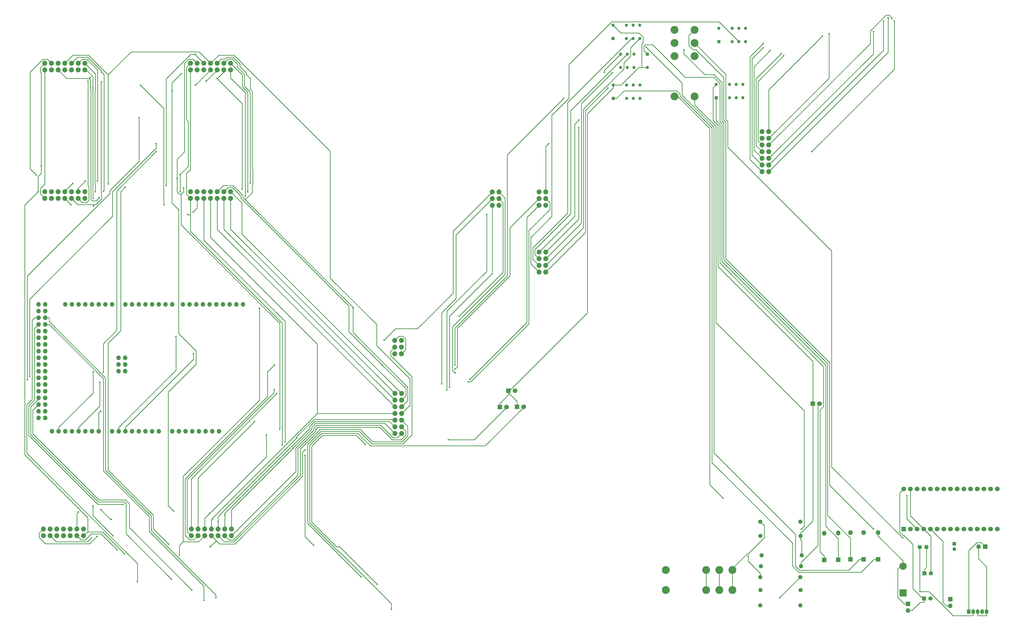
<source format=gbr>
G04 #@! TF.FileFunction,Copper,L2,Bot,Signal*
%FSLAX46Y46*%
G04 Gerber Fmt 4.6, Leading zero omitted, Abs format (unit mm)*
G04 Created by KiCad (PCBNEW 4.0.6) date 02/28/20 07:27:54*
%MOMM*%
%LPD*%
G01*
G04 APERTURE LIST*
%ADD10C,0.100000*%
%ADD11O,1.727200X1.727200*%
%ADD12C,1.879600*%
%ADD13R,1.600000X1.600000*%
%ADD14C,1.600000*%
%ADD15R,1.800000X1.800000*%
%ADD16C,1.800000*%
%ADD17O,1.800000X1.800000*%
%ADD18R,2.800000X2.800000*%
%ADD19O,2.800000X2.800000*%
%ADD20R,1.200000X1.200000*%
%ADD21C,1.200000*%
%ADD22R,1.700000X1.700000*%
%ADD23O,1.700000X1.700000*%
%ADD24R,1.350000X1.350000*%
%ADD25O,1.350000X1.350000*%
%ADD26C,3.000000*%
%ADD27R,1.350000X1.800000*%
%ADD28O,1.350000X1.800000*%
%ADD29O,1.600000X1.600000*%
%ADD30C,0.600000*%
%ADD31C,0.250000*%
G04 APERTURE END LIST*
D10*
D11*
X163932000Y-219456000D03*
X161392000Y-219456000D03*
X161392000Y-216916000D03*
X163932000Y-216916000D03*
X161392000Y-214376000D03*
X176759000Y-242316000D03*
X181839000Y-242316000D03*
X184379000Y-242316000D03*
X186919000Y-242316000D03*
X189459000Y-242316000D03*
X191999000Y-242316000D03*
X194539000Y-242316000D03*
X197079000Y-242316000D03*
X141199000Y-194056000D03*
X143739000Y-194056000D03*
X146279000Y-194056000D03*
X148819000Y-194056000D03*
X151359000Y-194056000D03*
X153899000Y-194056000D03*
X156439000Y-194056000D03*
X158979000Y-194056000D03*
X164059000Y-194056000D03*
X166599000Y-194056000D03*
X169139000Y-194056000D03*
X171679000Y-194056000D03*
X174219000Y-194056000D03*
X176759000Y-194056000D03*
X179299000Y-194056000D03*
X181839000Y-194056000D03*
X201143000Y-194056000D03*
X185903000Y-194056000D03*
X188443000Y-194056000D03*
X190983000Y-194056000D03*
X208763000Y-194056000D03*
X206223000Y-194056000D03*
X203683000Y-194056000D03*
X198603000Y-194056000D03*
X196063000Y-194056000D03*
X193523000Y-194056000D03*
X199619000Y-242316000D03*
X174219000Y-242316000D03*
X171679000Y-242316000D03*
X169139000Y-242316000D03*
X166599000Y-242316000D03*
X164059000Y-242316000D03*
X161519000Y-242316000D03*
X158979000Y-242316000D03*
X153899000Y-242316000D03*
X151359000Y-242316000D03*
X148819000Y-242316000D03*
X146279000Y-242316000D03*
X143739000Y-242316000D03*
X141199000Y-242316000D03*
X138659000Y-242316000D03*
X136119000Y-242316000D03*
X133579000Y-194056000D03*
X131039000Y-194056000D03*
X133579000Y-196596000D03*
X131039000Y-196596000D03*
X133579000Y-199136000D03*
X131039000Y-199136000D03*
X133579000Y-201676000D03*
X131039000Y-201676000D03*
X133579000Y-204216000D03*
X131039000Y-204216000D03*
X133579000Y-206756000D03*
X131039000Y-206756000D03*
X133579000Y-209296000D03*
X131039000Y-209296000D03*
X133579000Y-211836000D03*
X131039000Y-211836000D03*
X133579000Y-214376000D03*
X131039000Y-214376000D03*
X133579000Y-216916000D03*
X131039000Y-216916000D03*
X133579000Y-219456000D03*
X131039000Y-219456000D03*
X133579000Y-221996000D03*
X131039000Y-221996000D03*
X133579000Y-224536000D03*
X131039000Y-224536000D03*
X133579000Y-227076000D03*
X131039000Y-227076000D03*
X133579000Y-229616000D03*
X131039000Y-229616000D03*
X133579000Y-232156000D03*
X131039000Y-232156000D03*
X133579000Y-234696000D03*
X131039000Y-234696000D03*
X133579000Y-237236000D03*
X131039000Y-237236000D03*
X163932000Y-214376000D03*
D12*
X133400000Y-102400000D03*
X133400000Y-104940000D03*
X135940000Y-102400000D03*
X135940000Y-104940000D03*
X138480000Y-102400000D03*
X138480000Y-104940000D03*
X141020000Y-102400000D03*
X141020000Y-104940000D03*
X143560000Y-102400000D03*
X143560000Y-104940000D03*
X146100000Y-102400000D03*
X146100000Y-104940000D03*
X148640000Y-102400000D03*
X148640000Y-104940000D03*
X188800000Y-102400000D03*
X188800000Y-104940000D03*
X191340000Y-102400000D03*
X191340000Y-104940000D03*
X193880000Y-102400000D03*
X193880000Y-104940000D03*
X196420000Y-102400000D03*
X196420000Y-104940000D03*
X198960000Y-102400000D03*
X198960000Y-104940000D03*
X201500000Y-102400000D03*
X201500000Y-104940000D03*
X204040000Y-102400000D03*
X204040000Y-104940000D03*
X188800000Y-151200000D03*
X188800000Y-153740000D03*
X191340000Y-151200000D03*
X191340000Y-153740000D03*
X193880000Y-151200000D03*
X193880000Y-153740000D03*
X196420000Y-151200000D03*
X196420000Y-153740000D03*
X198960000Y-151200000D03*
X198960000Y-153740000D03*
X201500000Y-151200000D03*
X201500000Y-153740000D03*
X204040000Y-151200000D03*
X204040000Y-153740000D03*
X133400000Y-151200000D03*
X133400000Y-153740000D03*
X135940000Y-151200000D03*
X135940000Y-153740000D03*
X138480000Y-151200000D03*
X138480000Y-153740000D03*
X141020000Y-151200000D03*
X141020000Y-153740000D03*
X143560000Y-151200000D03*
X143560000Y-153740000D03*
X146100000Y-151200000D03*
X146100000Y-153740000D03*
X148640000Y-151200000D03*
X148640000Y-153740000D03*
X148100000Y-282000000D03*
X148100000Y-279460000D03*
X145560000Y-282000000D03*
X145560000Y-279460000D03*
X143020000Y-282000000D03*
X143020000Y-279460000D03*
X140480000Y-282000000D03*
X140480000Y-279460000D03*
X137940000Y-282000000D03*
X137940000Y-279460000D03*
X135400000Y-282000000D03*
X135400000Y-279460000D03*
X132860000Y-282000000D03*
X132860000Y-279460000D03*
X204343000Y-282000000D03*
X204343000Y-279460000D03*
X201803000Y-282000000D03*
X201803000Y-279460000D03*
X199263000Y-282000000D03*
X199263000Y-279460000D03*
X196723000Y-282000000D03*
X196723000Y-279460000D03*
X194183000Y-282000000D03*
X194183000Y-279460000D03*
X191643000Y-282000000D03*
X191643000Y-279460000D03*
X189103000Y-282000000D03*
X189103000Y-279460000D03*
X269000000Y-243200000D03*
X266460000Y-243200000D03*
X269000000Y-240660000D03*
X266460000Y-240660000D03*
X269000000Y-238120000D03*
X266460000Y-238120000D03*
X269000000Y-235580000D03*
X266460000Y-235580000D03*
X269000000Y-233040000D03*
X266460000Y-233040000D03*
X269000000Y-230500000D03*
X266460000Y-230500000D03*
X269000000Y-227960000D03*
X266460000Y-227960000D03*
X408600000Y-143600000D03*
X406060000Y-143600000D03*
X408600000Y-141060000D03*
X406060000Y-141060000D03*
X408600000Y-138520000D03*
X406060000Y-138520000D03*
X408600000Y-135980000D03*
X406060000Y-135980000D03*
X408600000Y-133440000D03*
X406060000Y-133440000D03*
X408600000Y-130900000D03*
X406060000Y-130900000D03*
X408600000Y-128360000D03*
X406060000Y-128360000D03*
X323800000Y-156400000D03*
X321260000Y-156400000D03*
X323800000Y-153860000D03*
X321260000Y-153860000D03*
X323800000Y-151320000D03*
X321260000Y-151320000D03*
X306000000Y-156400000D03*
X303460000Y-156400000D03*
X306000000Y-153860000D03*
X303460000Y-153860000D03*
X306000000Y-151320000D03*
X303460000Y-151320000D03*
X323800000Y-181800000D03*
X321260000Y-181800000D03*
X323800000Y-179260000D03*
X321260000Y-179260000D03*
X323800000Y-176720000D03*
X321260000Y-176720000D03*
X323800000Y-174180000D03*
X321260000Y-174180000D03*
D13*
X467538000Y-305918000D03*
D14*
X470038000Y-305918000D03*
D13*
X467716000Y-296316000D03*
D14*
X470216000Y-296316000D03*
D15*
X312852000Y-232995000D03*
D16*
X315392000Y-232995000D03*
D15*
X429616000Y-291236000D03*
D17*
X429616000Y-281076000D03*
D15*
X434975000Y-291186000D03*
D17*
X434975000Y-281026000D03*
D15*
X450113000Y-290957000D03*
D17*
X450113000Y-280797000D03*
D15*
X444627000Y-290957000D03*
D17*
X444627000Y-280797000D03*
D15*
X425298000Y-231800000D03*
D16*
X427838000Y-231800000D03*
D18*
X459613000Y-303809000D03*
D19*
X459613000Y-293649000D03*
D15*
X439598000Y-290957000D03*
D17*
X439598000Y-280797000D03*
D15*
X309601000Y-226924000D03*
D16*
X312141000Y-226924000D03*
D15*
X306350000Y-233071000D03*
D16*
X308890000Y-233071000D03*
D20*
X388622000Y-115519000D03*
D21*
X388622000Y-110439000D03*
X393702000Y-115519000D03*
X398782000Y-110439000D03*
X396242000Y-115519000D03*
X398782000Y-115519000D03*
X393702000Y-110439000D03*
X396242000Y-110439000D03*
D20*
X349455000Y-115748000D03*
D21*
X349455000Y-110668000D03*
X354535000Y-115748000D03*
X359615000Y-110668000D03*
X357075000Y-115748000D03*
X359615000Y-115748000D03*
X354535000Y-110668000D03*
X357075000Y-110668000D03*
D20*
X362431000Y-98882000D03*
D21*
X362431000Y-103962000D03*
X357351000Y-98882000D03*
X352271000Y-103962000D03*
X354811000Y-98882000D03*
X352271000Y-98882000D03*
X357351000Y-103962000D03*
X354811000Y-103962000D03*
D20*
X349404000Y-92964000D03*
D21*
X349404000Y-87884000D03*
X354484000Y-92964000D03*
X359564000Y-87884000D03*
X357024000Y-92964000D03*
X359564000Y-92964000D03*
X354484000Y-87884000D03*
X357024000Y-87884000D03*
D20*
X389638000Y-94183200D03*
D21*
X389638000Y-89103200D03*
X394718000Y-94183200D03*
X399798000Y-89103200D03*
X397258000Y-94183200D03*
X399798000Y-94183200D03*
X394718000Y-89103200D03*
X397258000Y-89103200D03*
D22*
X477596000Y-306172000D03*
D23*
X477596000Y-308712000D03*
D15*
X459892000Y-279476000D03*
D16*
X462432000Y-279476000D03*
X464972000Y-279476000D03*
X467512000Y-279476000D03*
X470052000Y-279476000D03*
X472592000Y-279476000D03*
X475132000Y-279476000D03*
X477672000Y-279476000D03*
X480212000Y-279476000D03*
X482752000Y-279476000D03*
X485292000Y-279476000D03*
X487832000Y-279476000D03*
X490372000Y-279476000D03*
X492912000Y-279476000D03*
X495452000Y-279476000D03*
X495452000Y-264236000D03*
X492912000Y-264236000D03*
X490372000Y-264236000D03*
X487832000Y-264236000D03*
X485292000Y-264236000D03*
X482752000Y-264236000D03*
X480212000Y-264236000D03*
X477672000Y-264236000D03*
X475132000Y-264236000D03*
X472592000Y-264236000D03*
X470052000Y-264236000D03*
X467512000Y-264236000D03*
X464972000Y-264236000D03*
X462432000Y-264236000D03*
X459892000Y-264236000D03*
D24*
X479069000Y-285090000D03*
D25*
X479069000Y-287090000D03*
D26*
X372720000Y-115011000D03*
X380340000Y-115011000D03*
X372720000Y-94691000D03*
X380340000Y-89691000D03*
X380340000Y-99691000D03*
X372720000Y-99691000D03*
X380340000Y-94691000D03*
X372720000Y-89691000D03*
D27*
X484556000Y-310896000D03*
D28*
X486256000Y-310896000D03*
X487956000Y-310896000D03*
X489656000Y-310896000D03*
X491356000Y-310896000D03*
D22*
X490880000Y-286131000D03*
D23*
X488340000Y-286131000D03*
D14*
X465988000Y-286334000D03*
D29*
X468528000Y-286334000D03*
D22*
X461518000Y-307950000D03*
D23*
X461518000Y-310490000D03*
D14*
X405308000Y-308559000D03*
D29*
X420548000Y-308559000D03*
D14*
X405587000Y-293649000D03*
D29*
X420827000Y-293649000D03*
D14*
X405867000Y-289458000D03*
D29*
X421107000Y-289458000D03*
D14*
X420675000Y-302692000D03*
D29*
X405435000Y-302692000D03*
D14*
X420548000Y-297739000D03*
D29*
X405308000Y-297739000D03*
D12*
X268986000Y-212877000D03*
X266446000Y-212877000D03*
X268986000Y-210337000D03*
X266446000Y-210337000D03*
X268986000Y-207797000D03*
X266446000Y-207797000D03*
D26*
X369443000Y-295021000D03*
X369443000Y-302641000D03*
X389763000Y-295021000D03*
X394763000Y-302641000D03*
X384763000Y-302641000D03*
X384763000Y-295021000D03*
X389763000Y-302641000D03*
X394763000Y-295021000D03*
D14*
X405435000Y-282118000D03*
D29*
X420675000Y-282118000D03*
D14*
X405359000Y-276657000D03*
D29*
X420599000Y-276657000D03*
D30*
X459528600Y-282900500D03*
X265144400Y-310010400D03*
X181510600Y-298495800D03*
X175751500Y-132911900D03*
X127631900Y-221480000D03*
X330610200Y-115748000D03*
X289280300Y-217085200D03*
X361997500Y-96284600D03*
X169251800Y-123123100D03*
X126794100Y-222692900D03*
X466121000Y-303253300D03*
X376340000Y-97191000D03*
X175771700Y-135924800D03*
X155631900Y-219870200D03*
X259691100Y-300452700D03*
X255253000Y-247386300D03*
X286840500Y-245546900D03*
X232290700Y-251555700D03*
X235571500Y-285663400D03*
X400779300Y-289769200D03*
X130885300Y-151200000D03*
X184878300Y-151200000D03*
X132042300Y-141499000D03*
X184878300Y-144669300D03*
X163591400Y-288973700D03*
X227900900Y-248666500D03*
X223671100Y-247480700D03*
X187693300Y-159868400D03*
X160888600Y-287401800D03*
X186145300Y-149780700D03*
X236481000Y-241559400D03*
X222682800Y-241559400D03*
X183663200Y-146251600D03*
X130162400Y-144882700D03*
X201803000Y-274181100D03*
X146098700Y-273068900D03*
X182298800Y-272598200D03*
X185239800Y-106333400D03*
X181785400Y-112773700D03*
X184292400Y-158060100D03*
X189809300Y-158949000D03*
X180432400Y-285282200D03*
X163994600Y-149448900D03*
X190489800Y-99009800D03*
X179552800Y-148852600D03*
X199263000Y-276588500D03*
X154034600Y-153536100D03*
X150662600Y-107784500D03*
X229254400Y-244763000D03*
X224738000Y-246405600D03*
X157647900Y-148290000D03*
X143966400Y-148102300D03*
X232281600Y-249351200D03*
X196227600Y-286237600D03*
X197067100Y-275830600D03*
X143402800Y-156230500D03*
X190645800Y-110714200D03*
X178742500Y-156232500D03*
X169769500Y-110714200D03*
X155013000Y-105713700D03*
X155731300Y-151046200D03*
X250555200Y-195511800D03*
X215015300Y-195511800D03*
X184577100Y-289475300D03*
X196078500Y-273523500D03*
X194719800Y-109180200D03*
X155027500Y-109405800D03*
X151924200Y-156721200D03*
X217625500Y-243641800D03*
X211495900Y-147875400D03*
X151136200Y-282965100D03*
X148848000Y-147176900D03*
X153351800Y-147176900D03*
X261570000Y-217055300D03*
X220710300Y-217055300D03*
X154724200Y-272130300D03*
X158674500Y-275730400D03*
X198929200Y-108220000D03*
X208420600Y-150223400D03*
X213168100Y-238581800D03*
X149795600Y-109122200D03*
X210523600Y-151200000D03*
X220640300Y-226521400D03*
X152632000Y-151200000D03*
X151703200Y-270662800D03*
X159281800Y-282000000D03*
X209591500Y-152921000D03*
X153282600Y-282249500D03*
X221571500Y-227960000D03*
X151881700Y-153740000D03*
X151676200Y-111785700D03*
X453947000Y-85028700D03*
X406553100Y-94793600D03*
X452183900Y-86359600D03*
X406445800Y-96407000D03*
X448328100Y-90364000D03*
X409088000Y-97552400D03*
X424924700Y-135980000D03*
X456288700Y-86360100D03*
X413391100Y-98597200D03*
X455408300Y-85396500D03*
X414273200Y-99522600D03*
X431485900Y-91118300D03*
X428966300Y-92044500D03*
X448397000Y-279462300D03*
X301373500Y-159846200D03*
X286253200Y-226559100D03*
X287202600Y-225632500D03*
X290882200Y-198570800D03*
X151745800Y-219689100D03*
X284312200Y-224282200D03*
X289409500Y-220041800D03*
X262372100Y-207662400D03*
X154352900Y-223697200D03*
X294947100Y-222594000D03*
X294313500Y-223547500D03*
X289280300Y-218730900D03*
X154679300Y-234624900D03*
X324906600Y-132911900D03*
X347435800Y-111799000D03*
X346073000Y-105812200D03*
X349146400Y-105894500D03*
X336347600Y-126871800D03*
X336431600Y-123933800D03*
X391245600Y-267725500D03*
X420934600Y-279528100D03*
X412712100Y-305574900D03*
X198384300Y-305574900D03*
X168622000Y-299427200D03*
X193812100Y-306603100D03*
X163216700Y-270106300D03*
X461080800Y-266800200D03*
X189913600Y-212877000D03*
X183253800Y-206210800D03*
X253632500Y-297723800D03*
X189320200Y-302641000D03*
D31*
X389763000Y-302641000D02*
X389763000Y-295021000D01*
X466140000Y-307343300D02*
X467538000Y-307343300D01*
X462993300Y-310490000D02*
X466140000Y-307343300D01*
X461518000Y-310490000D02*
X462993300Y-310490000D01*
X484556000Y-287738700D02*
X484556000Y-310896000D01*
X487647400Y-284647300D02*
X484556000Y-287738700D01*
X489396300Y-284647300D02*
X487647400Y-284647300D01*
X490880000Y-286131000D02*
X489396300Y-284647300D01*
X467538000Y-305918000D02*
X467538000Y-306383900D01*
X467538000Y-306383900D02*
X467538000Y-307343300D01*
X458343000Y-265785000D02*
X459892000Y-264236000D01*
X458343000Y-280653500D02*
X458343000Y-265785000D01*
X459664700Y-281975200D02*
X458343000Y-280653500D01*
X459926200Y-281975200D02*
X459664700Y-281975200D01*
X463309700Y-285358700D02*
X459926200Y-281975200D01*
X463309700Y-302155600D02*
X463309700Y-285358700D01*
X467538000Y-306383900D02*
X463309700Y-302155600D01*
X467716000Y-296316000D02*
X467716000Y-294890700D01*
X468528000Y-294078700D02*
X468528000Y-286334000D01*
X467716000Y-294890700D02*
X468528000Y-294078700D01*
X392254600Y-106605600D02*
X380340000Y-94691000D01*
X392254600Y-123712900D02*
X392254600Y-106605600D01*
X393004900Y-124463200D02*
X392254600Y-123712900D01*
X393004900Y-134263100D02*
X393004900Y-124463200D01*
X432459100Y-173717300D02*
X393004900Y-134263100D01*
X432459100Y-255831000D02*
X432459100Y-173717300D01*
X459528600Y-282900500D02*
X432459100Y-255831000D01*
X315392000Y-233232700D02*
X315392000Y-232995000D01*
X300781700Y-247843000D02*
X315392000Y-233232700D01*
X257085400Y-247843000D02*
X300781700Y-247843000D01*
X252300700Y-243058300D02*
X257085400Y-247843000D01*
X238659000Y-243058300D02*
X252300700Y-243058300D01*
X234041200Y-247676100D02*
X238659000Y-243058300D01*
X234041200Y-277071400D02*
X234041200Y-247676100D01*
X245079000Y-288109200D02*
X234041200Y-277071400D01*
X245401700Y-288109200D02*
X245079000Y-288109200D01*
X265144400Y-307851900D02*
X245401700Y-288109200D01*
X265144400Y-310010400D02*
X265144400Y-307851900D01*
X429616000Y-291236000D02*
X429616000Y-289710700D01*
X388622000Y-115519000D02*
X388622000Y-116744300D01*
X388622000Y-124324700D02*
X388622000Y-116744300D01*
X390003700Y-125706400D02*
X388622000Y-124324700D01*
X390003700Y-178326700D02*
X390003700Y-125706400D01*
X429424300Y-217747300D02*
X390003700Y-178326700D01*
X429424300Y-232853100D02*
X429424300Y-217747300D01*
X428047100Y-234230300D02*
X429424300Y-232853100D01*
X428047100Y-288141800D02*
X428047100Y-234230300D01*
X429616000Y-289710700D02*
X428047100Y-288141800D01*
X131039000Y-230050200D02*
X131039000Y-229616000D01*
X128063400Y-233025800D02*
X131039000Y-230050200D01*
X128063400Y-243548500D02*
X128063400Y-233025800D01*
X153695800Y-269180900D02*
X128063400Y-243548500D01*
X163653000Y-269180900D02*
X153695800Y-269180900D01*
X164316800Y-269844700D02*
X163653000Y-269180900D01*
X164316800Y-281302000D02*
X164316800Y-269844700D01*
X181510600Y-298495800D02*
X164316800Y-281302000D01*
X361060600Y-97511600D02*
X362431000Y-98882000D01*
X361060600Y-95909500D02*
X361060600Y-97511600D01*
X361635200Y-95334900D02*
X361060600Y-95909500D01*
X364458600Y-95334900D02*
X361635200Y-95334900D01*
X376826300Y-107702600D02*
X364458600Y-95334900D01*
X387689300Y-107702600D02*
X376826300Y-107702600D01*
X390003700Y-110017000D02*
X387689300Y-107702600D01*
X390003700Y-124645300D02*
X390003700Y-110017000D01*
X390754000Y-125395600D02*
X390003700Y-124645300D01*
X390754000Y-177674800D02*
X390754000Y-125395600D01*
X430208100Y-217128900D02*
X390754000Y-177674800D01*
X430208100Y-278416400D02*
X430208100Y-217128900D01*
X434975000Y-283183300D02*
X430208100Y-278416400D01*
X434975000Y-291186000D02*
X434975000Y-283183300D01*
X127631900Y-192080900D02*
X127631900Y-221480000D01*
X159148300Y-160564500D02*
X127631900Y-192080900D01*
X159148300Y-151239300D02*
X159148300Y-160564500D01*
X175751500Y-134636100D02*
X159148300Y-151239300D01*
X175751500Y-132911900D02*
X175751500Y-134636100D01*
X349455000Y-115748000D02*
X350680300Y-115748000D01*
X450113000Y-290957000D02*
X448587700Y-290957000D01*
X353579500Y-112848800D02*
X350680300Y-115748000D01*
X373630700Y-112848800D02*
X353579500Y-112848800D01*
X374845400Y-114063500D02*
X373630700Y-112848800D01*
X374845400Y-114792500D02*
X374845400Y-114063500D01*
X387002500Y-126949600D02*
X374845400Y-114792500D01*
X387002500Y-254211800D02*
X387002500Y-126949600D01*
X417591000Y-284800300D02*
X387002500Y-254211800D01*
X417591000Y-293572900D02*
X417591000Y-284800300D01*
X419892700Y-295874600D02*
X417591000Y-293572900D01*
X443670100Y-295874600D02*
X419892700Y-295874600D01*
X448587700Y-290957000D02*
X443670100Y-295874600D01*
X289280300Y-203078600D02*
X289280300Y-217085200D01*
X309179800Y-183179100D02*
X289280300Y-203078600D01*
X309179800Y-137178400D02*
X309179800Y-183179100D01*
X330610200Y-115748000D02*
X309179800Y-137178400D01*
X444627000Y-290957000D02*
X443101700Y-290957000D01*
X375595700Y-109882800D02*
X361997500Y-96284600D01*
X375595700Y-114481700D02*
X375595700Y-109882800D01*
X387752800Y-126638800D02*
X375595700Y-114481700D01*
X387752800Y-250563000D02*
X387752800Y-126638800D01*
X418729200Y-281539400D02*
X387752800Y-250563000D01*
X418729200Y-293581300D02*
X418729200Y-281539400D01*
X420270400Y-295122500D02*
X418729200Y-293581300D01*
X438936200Y-295122500D02*
X420270400Y-295122500D01*
X443101700Y-290957000D02*
X438936200Y-295122500D01*
X126706600Y-222605400D02*
X126794100Y-222692900D01*
X126706600Y-183306000D02*
X126706600Y-222605400D01*
X158132600Y-151880000D02*
X126706600Y-183306000D01*
X158132600Y-150818900D02*
X158132600Y-151880000D01*
X169251800Y-139699700D02*
X158132600Y-150818900D01*
X169251800Y-123123100D02*
X169251800Y-139699700D01*
X427296700Y-285754000D02*
X420827000Y-292223700D01*
X427296700Y-232341300D02*
X427296700Y-285754000D01*
X427838000Y-231800000D02*
X427296700Y-232341300D01*
X420827000Y-293649000D02*
X420827000Y-292223700D01*
X486256000Y-310896000D02*
X486256000Y-312421300D01*
X465988000Y-303120300D02*
X466121000Y-303253300D01*
X465988000Y-286334000D02*
X465988000Y-303120300D01*
X469543000Y-303253300D02*
X466121000Y-303253300D01*
X478711000Y-312421300D02*
X469543000Y-303253300D01*
X486256000Y-312421300D02*
X478711000Y-312421300D01*
X376340000Y-98776600D02*
X376340000Y-97191000D01*
X384250600Y-106687200D02*
X376340000Y-98776600D01*
X387735000Y-106687200D02*
X384250600Y-106687200D01*
X390754000Y-109706200D02*
X387735000Y-106687200D01*
X390754000Y-124334500D02*
X390754000Y-109706200D01*
X391504300Y-125084800D02*
X390754000Y-124334500D01*
X391504300Y-177090700D02*
X391504300Y-125084800D01*
X430958500Y-216544900D02*
X391504300Y-177090700D01*
X430958500Y-274314800D02*
X430958500Y-216544900D01*
X439598000Y-282954300D02*
X430958500Y-274314800D01*
X439598000Y-290957000D02*
X439598000Y-282954300D01*
X160768700Y-150927800D02*
X175771700Y-135924800D01*
X160768700Y-203889900D02*
X160768700Y-150927800D01*
X155631900Y-209026700D02*
X160768700Y-203889900D01*
X155631900Y-219870200D02*
X155631900Y-209026700D01*
X255253000Y-247338100D02*
X255253000Y-247386300D01*
X251723500Y-243808600D02*
X255253000Y-247338100D01*
X238969800Y-243808600D02*
X251723500Y-243808600D01*
X234791500Y-247986900D02*
X238969800Y-243808600D01*
X234791500Y-276760600D02*
X234791500Y-247986900D01*
X244321300Y-286290400D02*
X234791500Y-276760600D01*
X245528800Y-286290400D02*
X244321300Y-286290400D01*
X259691100Y-300452700D02*
X245528800Y-286290400D01*
X400779300Y-291785000D02*
X405308000Y-296313700D01*
X400779300Y-289769200D02*
X400779300Y-291785000D01*
X405308000Y-297739000D02*
X405308000Y-296313700D01*
X296611500Y-245546900D02*
X286840500Y-245546900D01*
X308890000Y-233268400D02*
X296611500Y-245546900D01*
X308890000Y-233071000D02*
X308890000Y-233268400D01*
X232290700Y-282382600D02*
X232290700Y-251555700D01*
X235571500Y-285663400D02*
X232290700Y-282382600D01*
X228826200Y-257516800D02*
X204343000Y-282000000D01*
X228826200Y-248646700D02*
X228826200Y-257516800D01*
X235555700Y-241917200D02*
X228826200Y-248646700D01*
X235555700Y-241176200D02*
X235555700Y-241917200D01*
X236674800Y-240057100D02*
X235555700Y-241176200D01*
X261038700Y-240057100D02*
X236674800Y-240057100D01*
X265779200Y-244797600D02*
X261038700Y-240057100D01*
X267402400Y-244797600D02*
X265779200Y-244797600D01*
X269000000Y-243200000D02*
X267402400Y-244797600D01*
X187957300Y-141590300D02*
X184878300Y-144669300D01*
X187957300Y-124552900D02*
X187957300Y-141590300D01*
X187226600Y-123822200D02*
X187957300Y-124552900D01*
X187226600Y-103973400D02*
X187226600Y-123822200D01*
X188800000Y-102400000D02*
X187226600Y-103973400D01*
X184878300Y-144669300D02*
X184878300Y-151200000D01*
X132042300Y-106149700D02*
X132042300Y-141499000D01*
X131782100Y-105889500D02*
X132042300Y-106149700D01*
X131782100Y-104017900D02*
X131782100Y-105889500D01*
X133400000Y-102400000D02*
X131782100Y-104017900D01*
X132042300Y-144311400D02*
X132042300Y-141499000D01*
X130885300Y-145468400D02*
X132042300Y-144311400D01*
X130885300Y-151200000D02*
X130885300Y-145468400D01*
X125774900Y-156310400D02*
X130885300Y-151200000D01*
X125774900Y-251235700D02*
X125774900Y-156310400D01*
X149700100Y-275160900D02*
X125774900Y-251235700D01*
X149700100Y-280572800D02*
X149700100Y-275160900D01*
X149527200Y-280572800D02*
X149700100Y-280572800D01*
X148100000Y-282000000D02*
X149527200Y-280572800D01*
X163591400Y-288777900D02*
X163591400Y-288973700D01*
X155386300Y-280572800D02*
X163591400Y-288777900D01*
X149700100Y-280572800D02*
X155386300Y-280572800D01*
X204343000Y-272224400D02*
X204343000Y-279460000D01*
X227900900Y-248666500D02*
X204343000Y-272224400D01*
X227900900Y-248510900D02*
X227900900Y-248666500D01*
X234805400Y-241606400D02*
X227900900Y-248510900D01*
X234805400Y-240865400D02*
X234805400Y-241606400D01*
X236364000Y-239306800D02*
X234805400Y-240865400D01*
X262566800Y-239306800D02*
X236364000Y-239306800D01*
X266460000Y-243200000D02*
X262566800Y-239306800D01*
X187223900Y-152163900D02*
X188800000Y-153740000D01*
X187223900Y-144305500D02*
X187223900Y-152163900D01*
X188800000Y-142729400D02*
X187223900Y-144305500D01*
X188800000Y-104940000D02*
X188800000Y-142729400D01*
X188800000Y-153740000D02*
X188800000Y-160023300D01*
X223671100Y-201177700D02*
X223671100Y-247480700D01*
X188800000Y-166306600D02*
X223671100Y-201177700D01*
X188800000Y-160023300D02*
X188800000Y-166306600D01*
X187848200Y-160023300D02*
X187693300Y-159868400D01*
X188800000Y-160023300D02*
X187848200Y-160023300D01*
X133400000Y-148371700D02*
X133400000Y-104940000D01*
X131810700Y-149961000D02*
X133400000Y-148371700D01*
X131810700Y-152150700D02*
X131810700Y-149961000D01*
X133400000Y-153740000D02*
X131810700Y-152150700D01*
X186145300Y-151241900D02*
X186145300Y-149780700D01*
X185219400Y-152167800D02*
X186145300Y-151241900D01*
X270591600Y-242251600D02*
X269000000Y-240660000D01*
X270591600Y-243836100D02*
X270591600Y-242251600D01*
X268879800Y-245547900D02*
X270591600Y-243836100D01*
X265468400Y-245547900D02*
X268879800Y-245547900D01*
X260727900Y-240807400D02*
X265468400Y-245547900D01*
X237233000Y-240807400D02*
X260727900Y-240807400D01*
X236481000Y-241559400D02*
X237233000Y-240807400D01*
X203403100Y-283600100D02*
X201803000Y-282000000D01*
X205001400Y-283600100D02*
X203403100Y-283600100D01*
X229576500Y-259025000D02*
X205001400Y-283600100D01*
X229576500Y-248957500D02*
X229576500Y-259025000D01*
X236481000Y-242053000D02*
X229576500Y-248957500D01*
X236481000Y-241559400D02*
X236481000Y-242053000D01*
X183663200Y-138910600D02*
X183663200Y-146251600D01*
X186476200Y-136097600D02*
X183663200Y-138910600D01*
X186476200Y-102488800D02*
X186476200Y-136097600D01*
X188131800Y-100833200D02*
X186476200Y-102488800D01*
X189773200Y-100833200D02*
X188131800Y-100833200D01*
X191340000Y-102400000D02*
X189773200Y-100833200D01*
X184518400Y-152167800D02*
X185219400Y-152167800D01*
X183663200Y-151312600D02*
X184518400Y-152167800D01*
X183663200Y-146251600D02*
X183663200Y-151312600D01*
X222682800Y-201250500D02*
X222682800Y-241559400D01*
X185219400Y-163787100D02*
X222682800Y-201250500D01*
X185219400Y-152167800D02*
X185219400Y-163787100D01*
X134373900Y-100833900D02*
X135940000Y-102400000D01*
X132750500Y-100833900D02*
X134373900Y-100833900D01*
X127806500Y-105777900D02*
X132750500Y-100833900D01*
X127806500Y-142526800D02*
X127806500Y-105777900D01*
X130162400Y-144882700D02*
X127806500Y-142526800D01*
X154810900Y-281324100D02*
X160888600Y-287401800D01*
X150997100Y-281324100D02*
X154810900Y-281324100D01*
X148720700Y-283600500D02*
X150997100Y-281324100D01*
X147160500Y-283600500D02*
X148720700Y-283600500D01*
X145560000Y-282000000D02*
X147160500Y-283600500D01*
X201803000Y-274181100D02*
X201803000Y-279460000D01*
X145560000Y-273607600D02*
X146098700Y-273068900D01*
X145560000Y-279460000D02*
X145560000Y-273607600D01*
X181785400Y-109787800D02*
X185239800Y-106333400D01*
X181785400Y-112773700D02*
X181785400Y-109787800D01*
X201803000Y-273455900D02*
X201803000Y-274181100D01*
X227517700Y-247741200D02*
X201803000Y-273455900D01*
X227609500Y-247741200D02*
X227517700Y-247741200D01*
X234055100Y-241295600D02*
X227609500Y-247741200D01*
X234055100Y-240554600D02*
X234055100Y-241295600D01*
X236053200Y-238556500D02*
X234055100Y-240554600D01*
X264356500Y-238556500D02*
X236053200Y-238556500D01*
X266460000Y-240660000D02*
X264356500Y-238556500D01*
X181785400Y-155553100D02*
X184292400Y-158060100D01*
X181785400Y-112773700D02*
X181785400Y-155553100D01*
X191340000Y-157418300D02*
X189809300Y-158949000D01*
X191340000Y-153740000D02*
X191340000Y-157418300D01*
X180288000Y-270587400D02*
X182298800Y-272598200D01*
X180288000Y-227397800D02*
X180288000Y-270587400D01*
X190852700Y-216833100D02*
X180288000Y-227397800D01*
X190852700Y-211724100D02*
X190852700Y-216833100D01*
X184292400Y-205163800D02*
X190852700Y-211724100D01*
X184292400Y-158060100D02*
X184292400Y-205163800D01*
X193880000Y-102400000D02*
X190489800Y-99009800D01*
X201613400Y-284350400D02*
X199263000Y-282000000D01*
X205312200Y-284350400D02*
X201613400Y-284350400D01*
X230615100Y-259047500D02*
X205312200Y-284350400D01*
X230615100Y-248980000D02*
X230615100Y-259047500D01*
X238037400Y-241557700D02*
X230615100Y-248980000D01*
X253265400Y-241557700D02*
X238037400Y-241557700D01*
X258005900Y-246298200D02*
X253265400Y-241557700D01*
X269190600Y-246298200D02*
X258005900Y-246298200D01*
X271341900Y-244146900D02*
X269190600Y-246298200D01*
X271341900Y-240461900D02*
X271341900Y-244146900D01*
X269000000Y-238120000D02*
X271341900Y-240461900D01*
X179552800Y-108276100D02*
X179552800Y-148852600D01*
X188819100Y-99009800D02*
X179552800Y-108276100D01*
X190489800Y-99009800D02*
X188819100Y-99009800D01*
X162269400Y-151174100D02*
X163994600Y-149448900D01*
X162269400Y-204049200D02*
X162269400Y-151174100D01*
X157480300Y-208838300D02*
X162269400Y-204049200D01*
X157480300Y-257038900D02*
X157480300Y-208838300D01*
X174591000Y-274149600D02*
X157480300Y-257038900D01*
X174591000Y-279440800D02*
X174591000Y-274149600D01*
X180432400Y-285282200D02*
X174591000Y-279440800D01*
X199263000Y-276588500D02*
X199263000Y-279460000D01*
X199263000Y-274754400D02*
X229254400Y-244763000D01*
X199263000Y-276588500D02*
X199263000Y-274754400D01*
X229254400Y-244294200D02*
X229254400Y-244763000D01*
X235742400Y-237806200D02*
X229254400Y-244294200D01*
X266146200Y-237806200D02*
X235742400Y-237806200D01*
X266460000Y-238120000D02*
X266146200Y-237806200D01*
X224738000Y-200500100D02*
X224738000Y-246405600D01*
X193880000Y-169642100D02*
X224738000Y-200500100D01*
X193880000Y-153740000D02*
X193880000Y-169642100D01*
X150662600Y-107784500D02*
X150214600Y-108232500D01*
X141653300Y-108113300D02*
X138480000Y-104940000D01*
X149338300Y-108113300D02*
X141653300Y-108113300D01*
X149391400Y-108166400D02*
X149338300Y-108113300D01*
X149792400Y-108166400D02*
X149391400Y-108166400D01*
X149822900Y-108196900D02*
X149792400Y-108166400D01*
X150178900Y-108196900D02*
X149822900Y-108196900D01*
X150214600Y-108232500D02*
X150178900Y-108196900D01*
X152844700Y-154726000D02*
X154034600Y-153536100D01*
X151546400Y-154726000D02*
X152844700Y-154726000D01*
X150956300Y-154135900D02*
X151546400Y-154726000D01*
X150956300Y-148787400D02*
X150956300Y-154135900D01*
X150925900Y-148757000D02*
X150956300Y-148787400D01*
X150925900Y-112343900D02*
X150925900Y-148757000D01*
X150750900Y-112168900D02*
X150925900Y-112343900D01*
X150750900Y-109178700D02*
X150750900Y-112168900D01*
X150720900Y-109148700D02*
X150750900Y-109178700D01*
X150720900Y-108738900D02*
X150720900Y-109148700D01*
X150214600Y-108232500D02*
X150720900Y-108738900D01*
X144087200Y-99332800D02*
X141020000Y-102400000D01*
X149965800Y-99332800D02*
X144087200Y-99332800D01*
X157437200Y-106804200D02*
X149965800Y-99332800D01*
X141020000Y-151048700D02*
X143966400Y-148102300D01*
X141020000Y-151200000D02*
X141020000Y-151048700D01*
X157437200Y-148079300D02*
X157647900Y-148290000D01*
X157437200Y-106804200D02*
X157437200Y-148079300D01*
X199537300Y-99282700D02*
X196420000Y-102400000D01*
X205361200Y-99282700D02*
X199537300Y-99282700D01*
X241890800Y-135812300D02*
X205361200Y-99282700D01*
X241890800Y-184027900D02*
X241890800Y-135812300D01*
X259535600Y-201672700D02*
X241890800Y-184027900D01*
X259535600Y-209695600D02*
X259535600Y-201672700D01*
X272138000Y-222298000D02*
X259535600Y-209695600D01*
X272138000Y-232442000D02*
X272138000Y-222298000D01*
X269000000Y-235580000D02*
X272138000Y-232442000D01*
X166212500Y-98028900D02*
X157437200Y-106804200D01*
X192048900Y-98028900D02*
X166212500Y-98028900D01*
X196420000Y-102400000D02*
X192048900Y-98028900D01*
X198594100Y-283871100D02*
X196227600Y-286237600D01*
X196723000Y-282000000D02*
X198594100Y-283871100D01*
X231365400Y-250267400D02*
X232281600Y-249351200D01*
X231365400Y-259427800D02*
X231365400Y-250267400D01*
X205664900Y-285128300D02*
X231365400Y-259427800D01*
X199851300Y-285128300D02*
X205664900Y-285128300D01*
X198594100Y-283871100D02*
X199851300Y-285128300D01*
X196723000Y-276174700D02*
X197067100Y-275830600D01*
X196723000Y-279460000D02*
X196723000Y-276174700D01*
X196420000Y-104940000D02*
X190645800Y-110714200D01*
X143402800Y-156122800D02*
X143402800Y-156230500D01*
X141020000Y-153740000D02*
X143402800Y-156122800D01*
X236907500Y-209085600D02*
X236907500Y-235580000D01*
X196420000Y-168598100D02*
X236907500Y-209085600D01*
X196420000Y-153740000D02*
X196420000Y-168598100D01*
X266460000Y-235580000D02*
X236907500Y-235580000D01*
X197067100Y-275420400D02*
X197067100Y-275830600D01*
X236907500Y-235580000D02*
X197067100Y-275420400D01*
X178627500Y-156117500D02*
X178742500Y-156232500D01*
X178627500Y-119572200D02*
X178627500Y-156117500D01*
X169769500Y-110714200D02*
X178627500Y-119572200D01*
X208666200Y-153304200D02*
X209600500Y-154238400D01*
X208666200Y-152543400D02*
X208666200Y-153304200D01*
X204954100Y-148831300D02*
X208666200Y-152543400D01*
X201328700Y-148831300D02*
X204954100Y-148831300D01*
X198960000Y-151200000D02*
X201328700Y-148831300D01*
X155013000Y-105441100D02*
X155013000Y-105713700D01*
X149655000Y-100083100D02*
X155013000Y-105441100D01*
X145876900Y-100083100D02*
X149655000Y-100083100D01*
X143560000Y-102400000D02*
X145876900Y-100083100D01*
X155957200Y-150820300D02*
X155731300Y-151046200D01*
X155957200Y-106657900D02*
X155957200Y-150820300D01*
X155013000Y-105713700D02*
X155957200Y-106657900D01*
X212262900Y-151576000D02*
X209600500Y-154238400D01*
X212262900Y-148708400D02*
X212262900Y-151576000D01*
X212468900Y-148502400D02*
X212262900Y-148708400D01*
X212468900Y-142773800D02*
X212468900Y-148502400D01*
X212262900Y-142567800D02*
X212468900Y-142773800D01*
X212262900Y-113002400D02*
X212262900Y-142567800D01*
X211512600Y-112252100D02*
X212262900Y-113002400D01*
X211512600Y-108157800D02*
X211512600Y-112252100D01*
X210014100Y-106659300D02*
X211512600Y-108157800D01*
X210014100Y-106128700D02*
X210014100Y-106659300D01*
X207548100Y-103662700D02*
X210014100Y-106128700D01*
X207548100Y-102601600D02*
X207548100Y-103662700D01*
X204987200Y-100040700D02*
X207548100Y-102601600D01*
X202539100Y-100040700D02*
X204987200Y-100040700D01*
X201788800Y-100791000D02*
X202539100Y-100040700D01*
X200569000Y-100791000D02*
X201788800Y-100791000D01*
X198960000Y-102400000D02*
X200569000Y-100791000D01*
X250555200Y-195193200D02*
X250555200Y-195511800D01*
X209600500Y-154238400D02*
X250555200Y-195193200D01*
X250555200Y-204731900D02*
X250555200Y-195511800D01*
X271363000Y-225539700D02*
X250555200Y-204731900D01*
X271363000Y-230677000D02*
X271363000Y-225539700D01*
X269000000Y-233040000D02*
X271363000Y-230677000D01*
X191841700Y-284341300D02*
X194183000Y-282000000D01*
X186006400Y-284341300D02*
X191841700Y-284341300D01*
X186006400Y-259439500D02*
X186006400Y-284341300D01*
X215015300Y-230430600D02*
X186006400Y-259439500D01*
X215015300Y-195511800D02*
X215015300Y-230430600D01*
X184577100Y-285770600D02*
X184577100Y-289475300D01*
X186006400Y-284341300D02*
X184577100Y-285770600D01*
X198960000Y-104940000D02*
X194719800Y-109180200D01*
X198960100Y-153740000D02*
X198960000Y-153740000D01*
X198960100Y-165540100D02*
X198960100Y-153740000D01*
X266460000Y-233040000D02*
X198960100Y-165540100D01*
X194183000Y-275419000D02*
X196078500Y-273523500D01*
X194183000Y-279460000D02*
X194183000Y-275419000D01*
X217625500Y-251976500D02*
X196078500Y-273523500D01*
X217625500Y-243641800D02*
X217625500Y-251976500D01*
X151924200Y-156089300D02*
X151924200Y-156721200D01*
X154806000Y-109627300D02*
X155027500Y-109405800D01*
X154806000Y-151429400D02*
X154806000Y-109627300D01*
X154972100Y-151595500D02*
X154806000Y-151429400D01*
X154972100Y-153923700D02*
X154972100Y-151595500D01*
X152806500Y-156089300D02*
X154972100Y-153923700D01*
X151924200Y-156089300D02*
X152806500Y-156089300D01*
X145909300Y-156089300D02*
X151924200Y-156089300D01*
X143560000Y-153740000D02*
X145909300Y-156089300D01*
X146100000Y-149924900D02*
X148848000Y-147176900D01*
X146100000Y-151200000D02*
X146100000Y-149924900D01*
X211495900Y-113296600D02*
X211495900Y-147875400D01*
X209263800Y-111064500D02*
X211495900Y-113296600D01*
X209263800Y-106562500D02*
X209263800Y-111064500D01*
X206532600Y-103831300D02*
X209263800Y-106562500D01*
X206532600Y-102647200D02*
X206532600Y-103831300D01*
X204676400Y-100791000D02*
X206532600Y-102647200D01*
X203109000Y-100791000D02*
X204676400Y-100791000D01*
X201500000Y-102400000D02*
X203109000Y-100791000D01*
X218067800Y-219697800D02*
X220710300Y-217055300D01*
X218067800Y-229093900D02*
X218067800Y-219697800D01*
X186756700Y-260405000D02*
X218067800Y-229093900D01*
X186756700Y-281890400D02*
X186756700Y-260405000D01*
X188447700Y-283581400D02*
X186756700Y-281890400D01*
X190061600Y-283581400D02*
X188447700Y-283581400D01*
X191643000Y-282000000D02*
X190061600Y-283581400D01*
X248981800Y-204467100D02*
X261570000Y-217055300D01*
X248981800Y-194680900D02*
X248981800Y-204467100D01*
X207915900Y-153615000D02*
X248981800Y-194680900D01*
X207915900Y-152854300D02*
X207915900Y-153615000D01*
X204695500Y-149633900D02*
X207915900Y-152854300D01*
X203066100Y-149633900D02*
X204695500Y-149633900D01*
X201500000Y-151200000D02*
X203066100Y-149633900D01*
X270612600Y-226097900D02*
X261570000Y-217055300D01*
X270612600Y-228887400D02*
X270612600Y-226097900D01*
X269000000Y-230500000D02*
X270612600Y-228887400D01*
X147666600Y-100833400D02*
X146100000Y-102400000D01*
X149344200Y-100833400D02*
X147666600Y-100833400D01*
X153423700Y-104912900D02*
X149344200Y-100833400D01*
X153423700Y-147105000D02*
X153423700Y-104912900D01*
X153351800Y-147176900D02*
X153423700Y-147105000D01*
X149750500Y-284350800D02*
X151136200Y-282965100D01*
X137750800Y-284350800D02*
X149750500Y-284350800D01*
X135400000Y-282000000D02*
X137750800Y-284350800D01*
X201500000Y-105649200D02*
X198929200Y-108220000D01*
X201500000Y-104940000D02*
X201500000Y-105649200D01*
X208420600Y-117711400D02*
X198929200Y-108220000D01*
X208420600Y-150223400D02*
X208420600Y-117711400D01*
X201500000Y-165540000D02*
X201500000Y-153740000D01*
X266460000Y-230500000D02*
X201500000Y-165540000D01*
X191643000Y-260106900D02*
X213168100Y-238581800D01*
X191643000Y-279460000D02*
X191643000Y-260106900D01*
X158324300Y-275730400D02*
X158674500Y-275730400D01*
X154724200Y-272130300D02*
X158324300Y-275730400D01*
X147698900Y-155338900D02*
X146100000Y-153740000D01*
X149316300Y-155338900D02*
X147698900Y-155338900D01*
X150205600Y-154449600D02*
X149316300Y-155338900D01*
X150205600Y-149449700D02*
X150205600Y-154449600D01*
X149795600Y-149039700D02*
X150205600Y-149449700D01*
X149795600Y-109122200D02*
X149795600Y-149039700D01*
X208322400Y-155482400D02*
X204040000Y-151200000D01*
X208322400Y-167282400D02*
X208322400Y-155482400D01*
X269000000Y-227960000D02*
X208322400Y-167282400D01*
X210523600Y-113385400D02*
X210523600Y-151200000D01*
X208513500Y-111375300D02*
X210523600Y-113385400D01*
X208513500Y-106873500D02*
X208513500Y-111375300D01*
X204040000Y-102400000D02*
X208513500Y-106873500D01*
X220640300Y-227582500D02*
X220640300Y-226521400D01*
X187537100Y-260685700D02*
X220640300Y-227582500D01*
X187537100Y-280434100D02*
X187537100Y-260685700D01*
X189103000Y-282000000D02*
X187537100Y-280434100D01*
X152614100Y-106374100D02*
X148640000Y-102400000D01*
X152614100Y-112659200D02*
X152614100Y-106374100D01*
X152426500Y-112846800D02*
X152614100Y-112659200D01*
X152426500Y-148135400D02*
X152426500Y-112846800D01*
X152632000Y-148340900D02*
X152426500Y-148135400D01*
X152632000Y-151200000D02*
X152632000Y-148340900D01*
X151703200Y-274421400D02*
X159281800Y-282000000D01*
X151703200Y-270662800D02*
X151703200Y-274421400D01*
X209591500Y-113514400D02*
X209591500Y-152921000D01*
X204040000Y-107962900D02*
X209591500Y-113514400D01*
X204040000Y-104940000D02*
X204040000Y-107962900D01*
X204040000Y-165540000D02*
X204040000Y-153740000D01*
X266460000Y-227960000D02*
X204040000Y-165540000D01*
X189103000Y-260428500D02*
X221571500Y-227960000D01*
X189103000Y-279460000D02*
X189103000Y-260428500D01*
X151676200Y-148446200D02*
X151676200Y-111785700D01*
X151706600Y-148476600D02*
X151676200Y-148446200D01*
X151706600Y-153564900D02*
X151706600Y-148476600D01*
X151881700Y-153740000D02*
X151706600Y-153564900D01*
X149126900Y-104940000D02*
X148640000Y-104940000D01*
X151676200Y-107489300D02*
X149126900Y-104940000D01*
X151676200Y-111785700D02*
X151676200Y-107489300D01*
X150431000Y-285101100D02*
X153282600Y-282249500D01*
X133684400Y-285101100D02*
X150431000Y-285101100D01*
X131284200Y-282700900D02*
X133684400Y-285101100D01*
X131284200Y-281035800D02*
X131284200Y-282700900D01*
X132860000Y-279460000D02*
X131284200Y-281035800D01*
X453947000Y-98253000D02*
X408600000Y-143600000D01*
X453947000Y-85028700D02*
X453947000Y-98253000D01*
X401461400Y-139001400D02*
X406060000Y-143600000D01*
X401461400Y-99885300D02*
X401461400Y-139001400D01*
X406553100Y-94793600D02*
X401461400Y-99885300D01*
X452183900Y-97476100D02*
X408600000Y-141060000D01*
X452183900Y-86359600D02*
X452183900Y-97476100D01*
X402211700Y-137211700D02*
X406060000Y-141060000D01*
X402211700Y-100641100D02*
X402211700Y-137211700D01*
X406445800Y-96407000D02*
X402211700Y-100641100D01*
X448328100Y-98791900D02*
X408600000Y-138520000D01*
X448328100Y-90364000D02*
X448328100Y-98791900D01*
X402962000Y-135422000D02*
X406060000Y-138520000D01*
X402962000Y-103678400D02*
X402962000Y-135422000D01*
X409088000Y-97552400D02*
X402962000Y-103678400D01*
X456288700Y-104616000D02*
X424924700Y-135980000D01*
X456288700Y-86360100D02*
X456288700Y-104616000D01*
X403712300Y-133632300D02*
X406060000Y-135980000D01*
X403712300Y-108276000D02*
X403712300Y-133632300D01*
X413391100Y-98597200D02*
X403712300Y-108276000D01*
X455408300Y-85142600D02*
X455408300Y-85396500D01*
X454369000Y-84103300D02*
X455408300Y-85142600D01*
X453109300Y-84103300D02*
X454369000Y-84103300D01*
X447158100Y-90054500D02*
X453109300Y-84103300D01*
X447158100Y-94881900D02*
X447158100Y-90054500D01*
X408600000Y-133440000D02*
X447158100Y-94881900D01*
X404462600Y-109333200D02*
X414273200Y-99522600D01*
X404462600Y-131842600D02*
X404462600Y-109333200D01*
X406060000Y-133440000D02*
X404462600Y-131842600D01*
X431485900Y-108014100D02*
X431485900Y-91118300D01*
X408600000Y-130900000D02*
X431485900Y-108014100D01*
X408600000Y-112410800D02*
X428966300Y-92044500D01*
X408600000Y-128360000D02*
X408600000Y-112410800D01*
X378204100Y-91826900D02*
X380340000Y-89691000D01*
X378204100Y-95635100D02*
X378204100Y-91826900D01*
X379760000Y-97191000D02*
X378204100Y-95635100D01*
X380889400Y-97191000D02*
X379760000Y-97191000D01*
X391504300Y-107805900D02*
X380889400Y-97191000D01*
X391504300Y-124023700D02*
X391504300Y-107805900D01*
X392254600Y-124774000D02*
X391504300Y-124023700D01*
X392254600Y-176715600D02*
X392254600Y-124774000D01*
X431708800Y-216169800D02*
X392254600Y-176715600D01*
X431708800Y-262774100D02*
X431708800Y-216169800D01*
X448397000Y-279462300D02*
X431708800Y-262774100D01*
X286253200Y-196633600D02*
X286253200Y-226559100D01*
X301373500Y-181513300D02*
X286253200Y-196633600D01*
X301373500Y-159846200D02*
X301373500Y-181513300D01*
X287202600Y-198532400D02*
X287202600Y-225632500D01*
X303460000Y-182275000D02*
X287202600Y-198532400D01*
X303460000Y-156400000D02*
X303460000Y-182275000D01*
X307570200Y-181882800D02*
X290882200Y-198570800D01*
X307570200Y-155430200D02*
X307570200Y-181882800D01*
X306000000Y-153860000D02*
X307570200Y-155430200D01*
X138659000Y-242316000D02*
X138659000Y-240827100D01*
X151745800Y-227740300D02*
X151745800Y-219689100D01*
X138659000Y-240827100D02*
X151745800Y-227740300D01*
X284312200Y-197266700D02*
X284312200Y-224282200D01*
X289684600Y-191894300D02*
X284312200Y-197266700D01*
X289684600Y-167635400D02*
X289684600Y-191894300D01*
X303460000Y-153860000D02*
X289684600Y-167635400D01*
X308320500Y-153640500D02*
X306000000Y-151320000D01*
X308320500Y-182647900D02*
X308320500Y-153640500D01*
X288354900Y-202613500D02*
X308320500Y-182647900D01*
X288354900Y-219204700D02*
X288354900Y-202613500D01*
X289191900Y-220041700D02*
X288354900Y-219204700D01*
X289409500Y-220041700D02*
X289191900Y-220041700D01*
X289409500Y-220041800D02*
X289409500Y-220041700D01*
X154352900Y-232753200D02*
X146279000Y-240827100D01*
X154352900Y-223697200D02*
X154352900Y-232753200D01*
X146279000Y-242316000D02*
X146279000Y-240827100D01*
X266722600Y-203311900D02*
X262372100Y-207662400D01*
X275057400Y-203311900D02*
X266722600Y-203311900D01*
X288572000Y-189797300D02*
X275057400Y-203311900D01*
X288572000Y-166208000D02*
X288572000Y-189797300D01*
X303460000Y-151320000D02*
X288572000Y-166208000D01*
X316609100Y-200932000D02*
X294947100Y-222594000D01*
X316609100Y-161050900D02*
X316609100Y-200932000D01*
X321260000Y-156400000D02*
X316609100Y-161050900D01*
X295306200Y-223547500D02*
X294313500Y-223547500D01*
X317382400Y-201471300D02*
X295306200Y-223547500D01*
X317382400Y-165964600D02*
X317382400Y-201471300D01*
X325381800Y-157965200D02*
X317382400Y-165964600D01*
X325381800Y-155441800D02*
X325381800Y-157965200D01*
X323800000Y-153860000D02*
X325381800Y-155441800D01*
X153899000Y-235405200D02*
X154679300Y-234624900D01*
X153899000Y-242316000D02*
X153899000Y-235405200D01*
X290205600Y-217805600D02*
X289280300Y-218730900D01*
X290205600Y-203214400D02*
X290205600Y-217805600D01*
X310195200Y-183224800D02*
X290205600Y-203214400D01*
X310195200Y-164924800D02*
X310195200Y-183224800D01*
X321260000Y-153860000D02*
X310195200Y-164924800D01*
X323800000Y-134018500D02*
X324906600Y-132911900D01*
X323800000Y-151320000D02*
X323800000Y-134018500D01*
X338857500Y-120377300D02*
X347435800Y-111799000D01*
X338857500Y-166742500D02*
X338857500Y-120377300D01*
X323800000Y-181800000D02*
X338857500Y-166742500D01*
X389725700Y-86650900D02*
X397258000Y-94183200D01*
X348836200Y-86650900D02*
X389725700Y-86650900D01*
X332580800Y-102906300D02*
X348836200Y-86650900D01*
X332580800Y-115682300D02*
X332580800Y-102906300D01*
X326132200Y-122130900D02*
X332580800Y-115682300D01*
X326132200Y-160652400D02*
X326132200Y-122130900D01*
X318132700Y-168651900D02*
X326132200Y-160652400D01*
X318132700Y-178672700D02*
X318132700Y-168651900D01*
X321260000Y-181800000D02*
X318132700Y-178672700D01*
X356081000Y-96447000D02*
X359564000Y-92964000D01*
X356081000Y-99687500D02*
X356081000Y-96447000D01*
X353541000Y-102227500D02*
X356081000Y-99687500D01*
X353541000Y-104490400D02*
X353541000Y-102227500D01*
X347157700Y-110873700D02*
X353541000Y-104490400D01*
X347052600Y-110873700D02*
X347157700Y-110873700D01*
X338107200Y-119819100D02*
X347052600Y-110873700D01*
X338107200Y-164952800D02*
X338107200Y-119819100D01*
X323800000Y-179260000D02*
X338107200Y-164952800D01*
X356451400Y-92964000D02*
X357024000Y-92964000D01*
X332146500Y-117268900D02*
X356451400Y-92964000D01*
X332146500Y-159359200D02*
X332146500Y-117268900D01*
X318926400Y-172579300D02*
X332146500Y-159359200D01*
X318926400Y-176926400D02*
X318926400Y-172579300D01*
X321260000Y-179260000D02*
X318926400Y-176926400D01*
X346073000Y-105080000D02*
X346073000Y-105812200D01*
X352271000Y-98882000D02*
X346073000Y-105080000D01*
X337356900Y-117684000D02*
X349146400Y-105894500D01*
X337356900Y-163163100D02*
X337356900Y-117684000D01*
X323800000Y-176720000D02*
X337356900Y-163163100D01*
X333336300Y-120356700D02*
X354811000Y-98882000D01*
X333336300Y-159605500D02*
X333336300Y-120356700D01*
X319676700Y-173265100D02*
X333336300Y-159605500D01*
X319676700Y-175136700D02*
X319676700Y-173265100D01*
X321260000Y-176720000D02*
X319676700Y-175136700D01*
X336347600Y-161632400D02*
X336347600Y-126871800D01*
X323800000Y-174180000D02*
X336347600Y-161632400D01*
X334827300Y-160612700D02*
X321260000Y-174180000D01*
X334827300Y-125538100D02*
X334827300Y-160612700D01*
X336431600Y-123933800D02*
X334827300Y-125538100D01*
X386157600Y-262637500D02*
X391245600Y-267725500D01*
X386157600Y-127182100D02*
X386157600Y-262637500D01*
X373986500Y-115011000D02*
X386157600Y-127182100D01*
X372720000Y-115011000D02*
X373986500Y-115011000D01*
X380340000Y-118164900D02*
X380340000Y-115011000D01*
X388503100Y-126328000D02*
X380340000Y-118164900D01*
X388503100Y-200994000D02*
X388503100Y-126328000D01*
X422024400Y-234515300D02*
X388503100Y-200994000D01*
X422024400Y-278438300D02*
X422024400Y-234515300D01*
X420934600Y-279528100D02*
X422024400Y-278438300D01*
X198384300Y-304536400D02*
X198384300Y-305574900D01*
X193905900Y-300058000D02*
X198384300Y-304536400D01*
X193812100Y-300058000D02*
X193905900Y-300058000D01*
X173840600Y-280086500D02*
X193812100Y-300058000D01*
X173840600Y-274460300D02*
X173840600Y-280086500D01*
X156438900Y-257058600D02*
X173840600Y-274460300D01*
X156438900Y-221985900D02*
X156438900Y-257058600D01*
X135067900Y-200614900D02*
X156438900Y-221985900D01*
X135067900Y-199136000D02*
X135067900Y-200614900D01*
X420548000Y-297739000D02*
X412712100Y-305574900D01*
X133579000Y-199136000D02*
X135067900Y-199136000D01*
X131039000Y-199136000D02*
X129550100Y-199136000D01*
X128560500Y-200125600D02*
X129550100Y-199136000D01*
X128560500Y-230232900D02*
X128560500Y-200125600D01*
X126562800Y-232230600D02*
X128560500Y-230232900D01*
X126562800Y-250589500D02*
X126562800Y-232230600D01*
X168622000Y-292648700D02*
X126562800Y-250589500D01*
X168622000Y-299427200D02*
X168622000Y-292648700D01*
X133579000Y-201676000D02*
X135067900Y-201676000D01*
X193812100Y-301119000D02*
X193812100Y-306603100D01*
X193812000Y-301119000D02*
X193812100Y-301119000D01*
X173090300Y-280397300D02*
X193812000Y-301119000D01*
X173090300Y-274771100D02*
X173090300Y-280397300D01*
X155688600Y-257369400D02*
X173090300Y-274771100D01*
X155688600Y-222296700D02*
X155688600Y-257369400D01*
X135067900Y-201676000D02*
X155688600Y-222296700D01*
X163216700Y-270106200D02*
X163216700Y-270106300D01*
X153560000Y-270106200D02*
X163216700Y-270106200D01*
X127313100Y-243859300D02*
X153560000Y-270106200D01*
X127313100Y-232541400D02*
X127313100Y-243859300D01*
X129541100Y-230313400D02*
X127313100Y-232541400D01*
X129541100Y-203173900D02*
X129541100Y-230313400D01*
X131039000Y-201676000D02*
X129541100Y-203173900D01*
X474802500Y-307393800D02*
X476120700Y-308712000D01*
X474802500Y-284226500D02*
X474802500Y-307393800D01*
X470052000Y-279476000D02*
X474802500Y-284226500D01*
X477596000Y-308712000D02*
X476120700Y-308712000D01*
X461080800Y-275584800D02*
X464972000Y-279476000D01*
X461080800Y-266800200D02*
X461080800Y-275584800D01*
X421107000Y-283975300D02*
X421107000Y-289458000D01*
X420675000Y-283543300D02*
X421107000Y-283975300D01*
X491356000Y-312421300D02*
X487956000Y-312421300D01*
X487956000Y-310896000D02*
X487956000Y-312421300D01*
X491356000Y-310979300D02*
X491356000Y-312421300D01*
X491356000Y-310979300D02*
X491356000Y-310896000D01*
X488340000Y-290796000D02*
X488340000Y-286131000D01*
X491356000Y-293812000D02*
X488340000Y-290796000D01*
X491356000Y-310896000D02*
X491356000Y-293812000D01*
X450311600Y-282322300D02*
X459613000Y-291623700D01*
X450113000Y-282322300D02*
X450311600Y-282322300D01*
X450113000Y-280797000D02*
X450113000Y-282322300D01*
X306504600Y-231545700D02*
X309601000Y-228449300D01*
X306350000Y-231545700D02*
X306504600Y-231545700D01*
X306350000Y-233071000D02*
X306350000Y-231545700D01*
X309601000Y-227686600D02*
X309601000Y-228449300D01*
X312852000Y-230937600D02*
X312852000Y-232995000D01*
X309601000Y-227686600D02*
X312852000Y-230937600D01*
X459613000Y-293649000D02*
X459613000Y-292636300D01*
X459613000Y-292636300D02*
X459613000Y-291623700D01*
X457551500Y-305458800D02*
X460042700Y-307950000D01*
X457551500Y-294697800D02*
X457551500Y-305458800D01*
X459613000Y-292636300D02*
X457551500Y-294697800D01*
X461518000Y-307950000D02*
X460042700Y-307950000D01*
X270583400Y-211279600D02*
X268986000Y-212877000D01*
X270583400Y-207163000D02*
X270583400Y-211279600D01*
X269618900Y-206198500D02*
X270583400Y-207163000D01*
X268044500Y-206198500D02*
X269618900Y-206198500D01*
X266446000Y-207797000D02*
X268044500Y-206198500D01*
X309601000Y-226924000D02*
X309601000Y-227305300D01*
X309601000Y-227305300D02*
X309601000Y-227686600D01*
X470216000Y-282180000D02*
X467512000Y-279476000D01*
X470216000Y-296316000D02*
X470216000Y-282180000D01*
X420675000Y-282830600D02*
X420675000Y-283543300D01*
X420675000Y-282830600D02*
X420675000Y-282118000D01*
X420675000Y-282118000D02*
X420675000Y-280692700D01*
X462432000Y-274396000D02*
X462432000Y-264236000D01*
X467512000Y-279476000D02*
X462432000Y-274396000D01*
X425298000Y-276473300D02*
X425298000Y-231800000D01*
X421078600Y-280692700D02*
X425298000Y-276473300D01*
X420675000Y-280692700D02*
X421078600Y-280692700D01*
X360277400Y-95203800D02*
X360277400Y-103962000D01*
X360808000Y-94673200D02*
X360277400Y-95203800D01*
X360808000Y-92405000D02*
X360808000Y-94673200D01*
X359227500Y-90824500D02*
X360808000Y-92405000D01*
X352344500Y-90824500D02*
X359227500Y-90824500D01*
X349404000Y-87884000D02*
X352344500Y-90824500D01*
X362431000Y-103962000D02*
X360277400Y-103962000D01*
X352417600Y-110668000D02*
X349455000Y-110668000D01*
X359123600Y-103962000D02*
X352417600Y-110668000D01*
X360277400Y-103962000D02*
X359123600Y-103962000D01*
X387377600Y-111683400D02*
X388622000Y-110439000D01*
X387377600Y-124141400D02*
X387377600Y-111683400D01*
X389253400Y-126017200D02*
X387377600Y-124141400D01*
X389253400Y-179698700D02*
X389253400Y-126017200D01*
X425298000Y-215743300D02*
X389253400Y-179698700D01*
X425298000Y-231800000D02*
X425298000Y-215743300D01*
X349455000Y-111729100D02*
X349455000Y-110668000D01*
X339607800Y-121576300D02*
X349455000Y-111729100D01*
X339607800Y-197298500D02*
X339607800Y-121576300D01*
X309601000Y-227305300D02*
X339607800Y-197298500D01*
X189913600Y-214972500D02*
X189913600Y-212877000D01*
X164059000Y-240827100D02*
X189913600Y-214972500D01*
X164059000Y-242316000D02*
X164059000Y-240827100D01*
X183253800Y-219092300D02*
X183253800Y-206210800D01*
X161519000Y-240827100D02*
X183253800Y-219092300D01*
X161519000Y-242316000D02*
X161519000Y-240827100D01*
X394763000Y-295021000D02*
X394763000Y-302641000D01*
X233290900Y-277382200D02*
X253632500Y-297723800D01*
X233290900Y-247365300D02*
X233290900Y-277382200D01*
X238348200Y-242308000D02*
X233290900Y-247365300D01*
X252954600Y-242308000D02*
X238348200Y-242308000D01*
X257728800Y-247082200D02*
X252954600Y-242308000D01*
X269513400Y-247082200D02*
X257728800Y-247082200D01*
X272888300Y-243707300D02*
X269513400Y-247082200D01*
X272888300Y-221544800D02*
X272888300Y-243707300D01*
X264850600Y-213507100D02*
X272888300Y-221544800D01*
X264850600Y-211932400D02*
X264850600Y-213507100D01*
X266446000Y-210337000D02*
X264850600Y-211932400D01*
X394763000Y-294477000D02*
X394763000Y-295021000D01*
X400396100Y-288843900D02*
X394763000Y-294477000D01*
X400804100Y-288843900D02*
X400396100Y-288843900D01*
X406902500Y-282745500D02*
X400804100Y-288843900D01*
X406902500Y-278200500D02*
X406902500Y-282745500D01*
X405359000Y-276657000D02*
X406902500Y-278200500D01*
X165609100Y-278929900D02*
X189320200Y-302641000D01*
X165609100Y-270007000D02*
X165609100Y-278929900D01*
X164032700Y-268430600D02*
X165609100Y-270007000D01*
X154006600Y-268430600D02*
X164032700Y-268430600D01*
X128813700Y-243237700D02*
X154006600Y-268430600D01*
X128813700Y-234381300D02*
X128813700Y-243237700D01*
X131039000Y-232156000D02*
X128813700Y-234381300D01*
X384763000Y-295021000D02*
X384763000Y-302641000D01*
M02*

</source>
